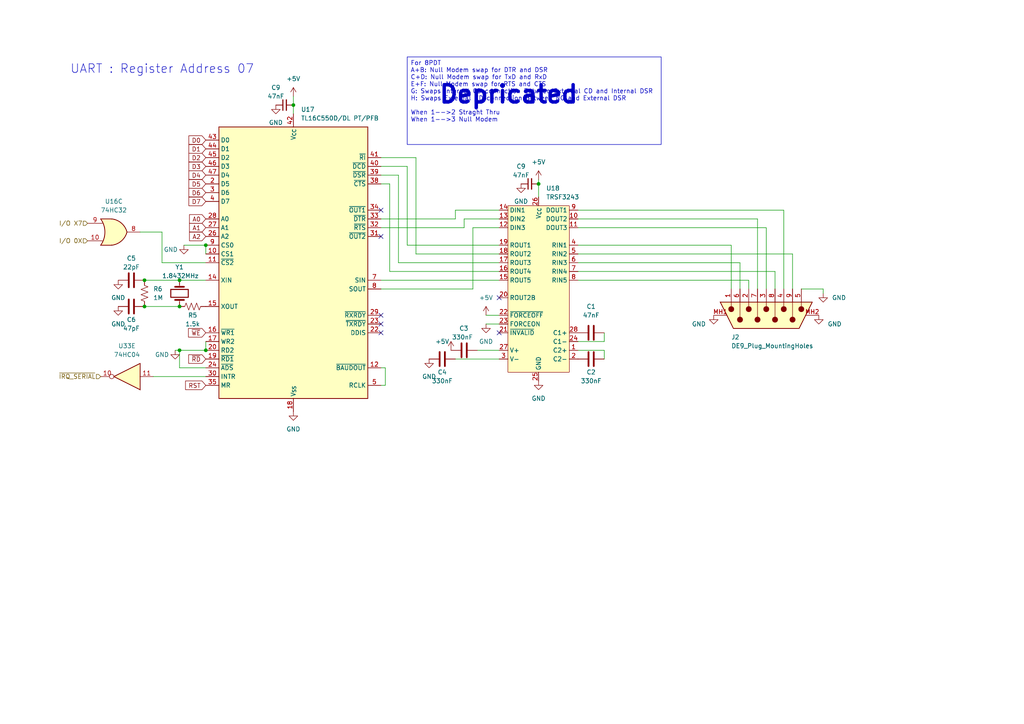
<source format=kicad_sch>
(kicad_sch (version 20230121) (generator eeschema)
  (paper "A4")
  (lib_symbols
    (symbol "74xx:74LS04"
      (property "Reference" "U" (at 0 1.27 0))
      (property "Value" "74LS04" (at 0 -1.27 0))
      (symbol "74LS04_1_0"
        (polyline (pts (xy -3.81 3.81) (xy -3.81 -3.81) (xy 3.81 0) (xy -3.81 3.81)) (stroke (width 0.254)) (fill (type background)))
        (pin input line (at -7.62 0 0) (length 3.81) (name "~") (number "1"))
        (pin output inverted (at 7.62 0 180) (length 3.81) (name "~") (number "2"))
      )
      (symbol "74LS04_2_0"
        (polyline (pts (xy -3.81 3.81) (xy -3.81 -3.81) (xy 3.81 0) (xy -3.81 3.81)) (stroke (width 0.254)) (fill (type background)))
        (pin input line (at -7.62 0 0) (length 3.81) (name "~") (number "3"))
        (pin output inverted (at 7.62 0 180) (length 3.81) (name "~") (number "4"))
      )
      (symbol "74LS04_3_0"
        (polyline (pts (xy -3.81 3.81) (xy -3.81 -3.81) (xy 3.81 0) (xy -3.81 3.81)) (stroke (width 0.254)) (fill (type background)))
        (pin input line (at -7.62 0 0) (length 3.81) (name "~") (number "5"))
        (pin output inverted (at 7.62 0 180) (length 3.81) (name "~") (number "6"))
      )
      (symbol "74LS04_4_0"
        (polyline (pts (xy -3.81 3.81) (xy -3.81 -3.81) (xy 3.81 0) (xy -3.81 3.81)) (stroke (width 0.254)) (fill (type background)))
        (pin output inverted (at 7.62 0 180) (length 3.81) (name "~") (number "8"))
        (pin input line (at -7.62 0 0) (length 3.81) (name "~") (number "9"))
      )
      (symbol "74LS04_5_0"
        (polyline (pts (xy -3.81 3.81) (xy -3.81 -3.81) (xy 3.81 0) (xy -3.81 3.81)) (stroke (width 0.254)) (fill (type background)))
        (pin output inverted (at 7.62 0 180) (length 3.81) (name "~") (number "10"))
        (pin input line (at -7.62 0 0) (length 3.81) (name "~") (number "11"))
      )
      (symbol "74LS04_6_0"
        (polyline (pts (xy -3.81 3.81) (xy -3.81 -3.81) (xy 3.81 0) (xy -3.81 3.81)) (stroke (width 0.254)) (fill (type background)))
        (pin output inverted (at 7.62 0 180) (length 3.81) (name "~") (number "12"))
        (pin input line (at -7.62 0 0) (length 3.81) (name "~") (number "13"))
      )
      (symbol "74LS04_7_0"
        (pin power_in line (at 0 12.7 270) (length 5.08) (name "VCC") (number "14"))
        (pin power_in line (at 0 -12.7 90) (length 5.08) (name "GND") (number "7"))
      )
      (symbol "74LS04_7_1"
        (rectangle (start -5.08 7.62) (end 5.08 -7.62) (stroke (width 0.254)) (fill (type background)))
      )
    )
    (symbol "74xx:74LS32" (pin_names (offset 1.016))
      (property "Reference" "U" (at 0 1.27 0))
      (property "Value" "74LS32" (at 0 -1.27 0))
      (symbol "74LS32_1_1"
        (arc (start -3.81 -3.81) (mid -2.589 0) (end -3.81 3.81) (stroke (width 0.254)))
        (arc (start -0.6096 -3.81) (mid 2.1842 -2.5851) (end 3.81 0) (stroke (width 0.254)) (fill (type background)))
        (polyline (pts (xy -3.81 -3.81) (xy -0.635 -3.81)) (stroke (width 0.254)) (fill (type background)))
        (polyline (pts (xy -3.81 3.81) (xy -0.635 3.81)) (stroke (width 0.254)) (fill (type background)))
        (polyline (pts (xy -0.635 3.81) (xy -3.81 3.81) (xy -3.81 3.81) (xy -3.556 3.4036) (xy -3.0226 2.2606) (xy -2.6924 1.0414) (xy -2.6162 -0.254) (xy -2.7686 -1.4986) (xy -3.175 -2.7178) (xy -3.81 -3.81) (xy -3.81 -3.81) (xy -0.635 -3.81)) (stroke (width -25.4)) (fill (type background)))
        (arc (start 3.81 0) (mid 2.1915 2.5936) (end -0.6096 3.81) (stroke (width 0.254)) (fill (type background)))
        (pin input line (at -7.62 2.54 0) (length 4.318) (name "~") (number "1"))
        (pin input line (at -7.62 -2.54 0) (length 4.318) (name "~") (number "2"))
        (pin output line (at 7.62 0 180) (length 3.81) (name "~") (number "3"))
      )
      (symbol "74LS32_1_2"
        (arc (start 0 -3.81) (mid 3.7934 0) (end 0 3.81) (stroke (width 0.254)) (fill (type background)))
        (polyline (pts (xy 0 3.81) (xy -3.81 3.81) (xy -3.81 -3.81) (xy 0 -3.81)) (stroke (width 0.254)) (fill (type background)))
        (pin input inverted (at -7.62 2.54 0) (length 3.81) (name "~") (number "1"))
        (pin input inverted (at -7.62 -2.54 0) (length 3.81) (name "~") (number "2"))
        (pin output inverted (at 7.62 0 180) (length 3.81) (name "~") (number "3"))
      )
      (symbol "74LS32_2_1"
        (arc (start -3.81 -3.81) (mid -2.589 0) (end -3.81 3.81) (stroke (width 0.254)))
        (arc (start -0.6096 -3.81) (mid 2.1842 -2.5851) (end 3.81 0) (stroke (width 0.254)) (fill (type background)))
        (polyline (pts (xy -3.81 -3.81) (xy -0.635 -3.81)) (stroke (width 0.254)) (fill (type background)))
        (polyline (pts (xy -3.81 3.81) (xy -0.635 3.81)) (stroke (width 0.254)) (fill (type background)))
        (polyline (pts (xy -0.635 3.81) (xy -3.81 3.81) (xy -3.81 3.81) (xy -3.556 3.4036) (xy -3.0226 2.2606) (xy -2.6924 1.0414) (xy -2.6162 -0.254) (xy -2.7686 -1.4986) (xy -3.175 -2.7178) (xy -3.81 -3.81) (xy -3.81 -3.81) (xy -0.635 -3.81)) (stroke (width -25.4)) (fill (type background)))
        (arc (start 3.81 0) (mid 2.1915 2.5936) (end -0.6096 3.81) (stroke (width 0.254)) (fill (type background)))
        (pin input line (at -7.62 2.54 0) (length 4.318) (name "~") (number "4"))
        (pin input line (at -7.62 -2.54 0) (length 4.318) (name "~") (number "5"))
        (pin output line (at 7.62 0 180) (length 3.81) (name "~") (number "6"))
      )
      (symbol "74LS32_2_2"
        (arc (start 0 -3.81) (mid 3.7934 0) (end 0 3.81) (stroke (width 0.254)) (fill (type background)))
        (polyline (pts (xy 0 3.81) (xy -3.81 3.81) (xy -3.81 -3.81) (xy 0 -3.81)) (stroke (width 0.254)) (fill (type background)))
        (pin input inverted (at -7.62 2.54 0) (length 3.81) (name "~") (number "4"))
        (pin input inverted (at -7.62 -2.54 0) (length 3.81) (name "~") (number "5"))
        (pin output inverted (at 7.62 0 180) (length 3.81) (name "~") (number "6"))
      )
      (symbol "74LS32_3_1"
        (arc (start -3.81 -3.81) (mid -2.589 0) (end -3.81 3.81) (stroke (width 0.254)))
        (arc (start -0.6096 -3.81) (mid 2.1842 -2.5851) (end 3.81 0) (stroke (width 0.254)) (fill (type background)))
        (polyline (pts (xy -3.81 -3.81) (xy -0.635 -3.81)) (stroke (width 0.254)) (fill (type background)))
        (polyline (pts (xy -3.81 3.81) (xy -0.635 3.81)) (stroke (width 0.254)) (fill (type background)))
        (polyline (pts (xy -0.635 3.81) (xy -3.81 3.81) (xy -3.81 3.81) (xy -3.556 3.4036) (xy -3.0226 2.2606) (xy -2.6924 1.0414) (xy -2.6162 -0.254) (xy -2.7686 -1.4986) (xy -3.175 -2.7178) (xy -3.81 -3.81) (xy -3.81 -3.81) (xy -0.635 -3.81)) (stroke (width -25.4)) (fill (type background)))
        (arc (start 3.81 0) (mid 2.1915 2.5936) (end -0.6096 3.81) (stroke (width 0.254)) (fill (type background)))
        (pin input line (at -7.62 -2.54 0) (length 4.318) (name "~") (number "10"))
        (pin output line (at 7.62 0 180) (length 3.81) (name "~") (number "8"))
        (pin input line (at -7.62 2.54 0) (length 4.318) (name "~") (number "9"))
      )
      (symbol "74LS32_3_2"
        (arc (start 0 -3.81) (mid 3.7934 0) (end 0 3.81) (stroke (width 0.254)) (fill (type background)))
        (polyline (pts (xy 0 3.81) (xy -3.81 3.81) (xy -3.81 -3.81) (xy 0 -3.81)) (stroke (width 0.254)) (fill (type background)))
        (pin input inverted (at -7.62 -2.54 0) (length 3.81) (name "~") (number "10"))
        (pin output inverted (at 7.62 0 180) (length 3.81) (name "~") (number "8"))
        (pin input inverted (at -7.62 2.54 0) (length 3.81) (name "~") (number "9"))
      )
      (symbol "74LS32_4_1"
        (arc (start -3.81 -3.81) (mid -2.589 0) (end -3.81 3.81) (stroke (width 0.254)))
        (arc (start -0.6096 -3.81) (mid 2.1842 -2.5851) (end 3.81 0) (stroke (width 0.254)) (fill (type background)))
        (polyline (pts (xy -3.81 -3.81) (xy -0.635 -3.81)) (stroke (width 0.254)) (fill (type background)))
        (polyline (pts (xy -3.81 3.81) (xy -0.635 3.81)) (stroke (width 0.254)) (fill (type background)))
        (polyline (pts (xy -0.635 3.81) (xy -3.81 3.81) (xy -3.81 3.81) (xy -3.556 3.4036) (xy -3.0226 2.2606) (xy -2.6924 1.0414) (xy -2.6162 -0.254) (xy -2.7686 -1.4986) (xy -3.175 -2.7178) (xy -3.81 -3.81) (xy -3.81 -3.81) (xy -0.635 -3.81)) (stroke (width -25.4)) (fill (type background)))
        (arc (start 3.81 0) (mid 2.1915 2.5936) (end -0.6096 3.81) (stroke (width 0.254)) (fill (type background)))
        (pin output line (at 7.62 0 180) (length 3.81) (name "~") (number "11"))
        (pin input line (at -7.62 2.54 0) (length 4.318) (name "~") (number "12"))
        (pin input line (at -7.62 -2.54 0) (length 4.318) (name "~") (number "13"))
      )
      (symbol "74LS32_4_2"
        (arc (start 0 -3.81) (mid 3.7934 0) (end 0 3.81) (stroke (width 0.254)) (fill (type background)))
        (polyline (pts (xy 0 3.81) (xy -3.81 3.81) (xy -3.81 -3.81) (xy 0 -3.81)) (stroke (width 0.254)) (fill (type background)))
        (pin output inverted (at 7.62 0 180) (length 3.81) (name "~") (number "11"))
        (pin input inverted (at -7.62 2.54 0) (length 3.81) (name "~") (number "12"))
        (pin input inverted (at -7.62 -2.54 0) (length 3.81) (name "~") (number "13"))
      )
      (symbol "74LS32_5_0"
        (pin power_in line (at 0 12.7 270) (length 5.08) (name "VCC") (number "14"))
        (pin power_in line (at 0 -12.7 90) (length 5.08) (name "GND") (number "7"))
      )
      (symbol "74LS32_5_1"
        (rectangle (start -5.08 7.62) (end 5.08 -7.62) (stroke (width 0.254)) (fill (type background)))
      )
    )
    (symbol "Connector:DE9_Plug_MountingHoles" (pin_names (offset 1.016) hide)
      (property "Reference" "J2" (at 6.35 -10.16 90))
      (property "Value" "DE9_Plug_MountingHoles" (at 8.89 -10.16 90))
      (symbol "DE9_Plug_MountingHoles_0_1"
        (circle (center -1.778 -10.16) (radius 0.762) (fill (type outline)))
        (circle (center -1.778 -5.08) (radius 0.762) (fill (type outline)))
        (circle (center -1.778 0) (radius 0.762) (fill (type outline)))
        (circle (center -1.778 5.08) (radius 0.762) (fill (type outline)))
        (circle (center -1.778 10.16) (radius 0.762) (fill (type outline)))
        (polyline (pts (xy -3.81 -10.16) (xy -2.54 -10.16)))
        (polyline (pts (xy -3.81 -7.62) (xy 0.508 -7.62)))
        (polyline (pts (xy -3.81 -5.08) (xy -2.54 -5.08)))
        (polyline (pts (xy -3.81 -2.54) (xy 0.508 -2.54)))
        (polyline (pts (xy -3.81 0) (xy -2.54 0)))
        (polyline (pts (xy -3.81 2.54) (xy 0.508 2.54)))
        (polyline (pts (xy -3.81 5.08) (xy -2.54 5.08)))
        (polyline (pts (xy -3.81 7.62) (xy 0.508 7.62)))
        (polyline (pts (xy -3.81 10.16) (xy -2.54 10.16)))
        (polyline (pts (xy -3.81 -13.335) (xy -3.81 13.335) (xy 3.81 9.525) (xy 3.81 -9.525) (xy -3.81 -13.335)) (stroke (width 0.254)) (fill (type background)))
        (circle (center 1.27 -7.62) (radius 0.762) (fill (type outline)))
        (circle (center 1.27 -2.54) (radius 0.762) (fill (type outline)))
        (circle (center 1.27 2.54) (radius 0.762) (fill (type outline)))
        (circle (center 1.27 7.62) (radius 0.762) (fill (type outline)))
      )
      (symbol "DE9_Plug_MountingHoles_1_1"
        (pin passive line (at -7.62 -10.16 0) (length 3.81) (name "1") (number "1"))
        (pin passive line (at -7.62 -5.08 0) (length 3.81) (name "2") (number "2"))
        (pin passive line (at -7.62 0 0) (length 3.81) (name "3") (number "3"))
        (pin passive line (at -7.62 5.08 0) (length 3.81) (name "4") (number "4"))
        (pin passive line (at -7.62 10.16 0) (length 3.81) (name "5") (number "5"))
        (pin passive line (at -7.62 -7.62 0) (length 3.81) (name "6") (number "6"))
        (pin passive line (at -7.62 -2.54 0) (length 3.81) (name "7") (number "7"))
        (pin passive line (at -7.62 2.54 0) (length 3.81) (name "8") (number "8"))
        (pin passive line (at -7.62 7.62 0) (length 3.81) (name "9") (number "9"))
        (pin passive line (at 0 -15.24 90) (length 3.81) (name "PAD") (number "MH1"))
        (pin passive line (at 0 15.24 270) (length 3.81) (name "PAD") (number "MH2"))
      )
    )
    (symbol "Device:C" (pin_numbers hide) (pin_names (offset 0.254))
      (property "Reference" "C" (at 0.635 2.54 0))
      (property "Value" "C" (at 0.635 -2.54 0))
      (symbol "C_0_1"
        (polyline (pts (xy -2.032 -0.762) (xy 2.032 -0.762)) (stroke (width 0.508)))
        (polyline (pts (xy -2.032 0.762) (xy 2.032 0.762)) (stroke (width 0.508)))
      )
      (symbol "C_1_1"
        (pin passive line (at 0 3.81 270) (length 2.794) (name "~") (number "1"))
        (pin passive line (at 0 -3.81 90) (length 2.794) (name "~") (number "2"))
      )
    )
    (symbol "Device:C_Small" (pin_numbers hide) (pin_names (offset 0.254) hide)
      (property "Reference" "C" (at 0.254 1.778 0))
      (property "Value" "C_Small" (at 0.254 -2.032 0))
      (symbol "C_Small_0_1"
        (polyline (pts (xy -1.524 -0.508) (xy 1.524 -0.508)) (stroke (width 0.3302)))
        (polyline (pts (xy -1.524 0.508) (xy 1.524 0.508)) (stroke (width 0.3048)))
      )
      (symbol "C_Small_1_1"
        (pin passive line (at 0 2.54 270) (length 2.032) (name "~") (number "1"))
        (pin passive line (at 0 -2.54 90) (length 2.032) (name "~") (number "2"))
      )
    )
    (symbol "Device:Crystal" (pin_numbers hide) (pin_names (offset 1.016) hide)
      (property "Reference" "Y" (at 0 3.81 0))
      (property "Value" "Crystal" (at 0 -3.81 0))
      (symbol "Crystal_0_1"
        (rectangle (start -1.143 2.54) (end 1.143 -2.54) (stroke (width 0.3048)))
        (polyline (pts (xy -2.54 0) (xy -1.905 0)))
        (polyline (pts (xy -1.905 -1.27) (xy -1.905 1.27)) (stroke (width 0.508)))
        (polyline (pts (xy 1.905 -1.27) (xy 1.905 1.27)) (stroke (width 0.508)))
        (polyline (pts (xy 2.54 0) (xy 1.905 0)))
      )
      (symbol "Crystal_1_1"
        (pin passive line (at -3.81 0 0) (length 1.27) (name "1") (number "1"))
        (pin passive line (at 3.81 0 180) (length 1.27) (name "2") (number "2"))
      )
    )
    (symbol "Device:R_US" (pin_numbers hide) (pin_names (offset 0))
      (property "Reference" "R" (at 2.54 0 90))
      (property "Value" "R_US" (at -2.54 0 90))
      (symbol "R_US_0_1"
        (polyline (pts (xy 0 -2.286) (xy 0 -2.54)))
        (polyline (pts (xy 0 2.286) (xy 0 2.54)))
        (polyline (pts (xy 0 -0.762) (xy 1.016 -1.143) (xy 0 -1.524) (xy -1.016 -1.905) (xy 0 -2.286)))
        (polyline (pts (xy 0 0.762) (xy 1.016 0.381) (xy 0 0) (xy -1.016 -0.381) (xy 0 -0.762)))
        (polyline (pts (xy 0 2.286) (xy 1.016 1.905) (xy 0 1.524) (xy -1.016 1.143) (xy 0 0.762)))
      )
      (symbol "R_US_1_1"
        (pin passive line (at 0 3.81 270) (length 1.27) (name "~") (number "1"))
        (pin passive line (at 0 -3.81 90) (length 1.27) (name "~") (number "2"))
      )
    )
    (symbol "New_Library:TL16C550D/DL PT/PFB"
      (property "Reference" "U" (at 0 59.055 0))
      (property "Value" "TL16C550D/DL PT/PFB" (at 0 0.635 0))
      (symbol "TL16C550D/DL PT/PFB_0_1"
        (rectangle (start -21.59 39.37) (end 21.59 -39.37) (stroke (width 0.254)) (fill (type background)))
      )
      (symbol "TL16C550D/DL PT/PFB_1_1"
        (pin input line (at -25.4 2.54 0) (length 3.81) (name "CS1") (number "10"))
        (pin input line (at -25.4 0 0) (length 3.81) (name "~{CS2}") (number "11"))
        (pin output line (at 25.4 -30.48 180) (length 3.81) (name "~{BAUDOUT}") (number "12"))
        (pin input line (at -25.4 -5.08 0) (length 3.81) (name "XIN") (number "14"))
        (pin output line (at -25.4 -12.7 0) (length 3.81) (name "XOUT") (number "15"))
        (pin input line (at -25.4 -20.32 0) (length 3.81) (name "~{WR1}") (number "16"))
        (pin input line (at -25.4 -22.86 0) (length 3.81) (name "WR2") (number "17"))
        (pin power_in line (at 0 -43.18 90) (length 3.81) (name "V_{SS}") (number "18"))
        (pin input line (at -25.4 -27.94 0) (length 3.81) (name "~{RD1}") (number "19"))
        (pin bidirectional line (at -25.4 22.86 0) (length 3.81) (name "D5") (number "2"))
        (pin input line (at -25.4 -25.4 0) (length 3.81) (name "RD2") (number "20"))
        (pin output line (at 25.4 -20.32 180) (length 3.81) (name "DDIS") (number "22"))
        (pin output line (at 25.4 -17.78 180) (length 3.81) (name "~{TXRDY}") (number "23"))
        (pin input line (at -25.4 -30.48 0) (length 3.81) (name "~{ADS}") (number "24"))
        (pin input line (at -25.4 7.62 0) (length 3.81) (name "A2") (number "26"))
        (pin input line (at -25.4 10.16 0) (length 3.81) (name "A1") (number "27"))
        (pin input line (at -25.4 12.7 0) (length 3.81) (name "A0") (number "28"))
        (pin output line (at 25.4 -15.24 180) (length 3.81) (name "~{RXRDY}") (number "29"))
        (pin bidirectional line (at -25.4 20.32 0) (length 3.81) (name "D6") (number "3"))
        (pin output line (at -25.4 -33.02 0) (length 3.81) (name "INTR") (number "30"))
        (pin output line (at 25.4 7.62 180) (length 3.81) (name "~{OUT2}") (number "31"))
        (pin output line (at 25.4 10.16 180) (length 3.81) (name "~{RTS}") (number "32"))
        (pin output line (at 25.4 12.7 180) (length 3.81) (name "~{DTR}") (number "33"))
        (pin output line (at 25.4 15.24 180) (length 3.81) (name "~{OUT1}") (number "34"))
        (pin input line (at -25.4 -35.56 0) (length 3.81) (name "MR") (number "35"))
        (pin input line (at 25.4 22.86 180) (length 3.81) (name "~{CTS}") (number "38"))
        (pin input line (at 25.4 25.4 180) (length 3.81) (name "~{DSR}") (number "39"))
        (pin bidirectional line (at -25.4 17.78 0) (length 3.81) (name "D7") (number "4"))
        (pin input line (at 25.4 27.94 180) (length 3.81) (name "~{DCD}") (number "40"))
        (pin input line (at 25.4 30.48 180) (length 3.81) (name "~{RI}") (number "41"))
        (pin power_in line (at 0 43.18 270) (length 3.81) (name "V_{CC}") (number "42"))
        (pin bidirectional line (at -25.4 35.56 0) (length 3.81) (name "D0") (number "43"))
        (pin bidirectional line (at -25.4 33.02 0) (length 3.81) (name "D1") (number "44"))
        (pin bidirectional line (at -25.4 30.48 0) (length 3.81) (name "D2") (number "45"))
        (pin bidirectional line (at -25.4 27.94 0) (length 3.81) (name "D3") (number "46"))
        (pin bidirectional line (at -25.4 25.4 0) (length 3.81) (name "D4") (number "47"))
        (pin input line (at 25.4 -35.56 180) (length 3.81) (name "RCLK") (number "5"))
        (pin input line (at 25.4 -5.08 180) (length 3.81) (name "SIN") (number "7"))
        (pin output line (at 25.4 -7.62 180) (length 3.81) (name "SOUT") (number "8"))
        (pin input line (at -25.4 5.08 0) (length 3.81) (name "CS0") (number "9"))
      )
    )
    (symbol "New_Library:TRSF3243"
      (property "Reference" "U" (at 0 37.465 0))
      (property "Value" "TRSF3243" (at -1.905 5.08 0))
      (symbol "TRSF3243_1_0"
        (pin unspecified line (at -11.43 -2.54 0) (length 2.54) (name "ROUT2B") (number "20"))
      )
      (symbol "TRSF3243_1_1"
        (rectangle (start -8.89 24.13) (end 8.89 -24.13) (fill (type background)))
        (pin passive line (at 11.43 -17.78 180) (length 2.54) (name "C2+") (number "1"))
        (pin output line (at 11.43 20.32 180) (length 2.54) (name "DOUT2") (number "10"))
        (pin output line (at 11.43 17.78 180) (length 2.54) (name "DOUT3") (number "11"))
        (pin input line (at -11.43 17.78 0) (length 2.54) (name "DIN3") (number "12"))
        (pin input line (at -11.43 20.32 0) (length 2.54) (name "DIN2") (number "13"))
        (pin input line (at -11.43 22.86 0) (length 2.54) (name "DIN1") (number "14"))
        (pin output line (at -11.43 2.54 0) (length 2.54) (name "ROUT5") (number "15"))
        (pin output line (at -11.43 5.08 0) (length 2.54) (name "ROUT4") (number "16"))
        (pin output line (at -11.43 7.62 0) (length 2.54) (name "ROUT3") (number "17"))
        (pin output line (at -11.43 10.16 0) (length 2.54) (name "ROUT2") (number "18"))
        (pin output line (at -11.43 12.7 0) (length 2.54) (name "ROUT1") (number "19"))
        (pin passive line (at 11.43 -20.32 180) (length 2.54) (name "C2-") (number "2"))
        (pin output line (at -11.43 -12.7 0) (length 2.54) (name "~{INVALID}") (number "21"))
        (pin input line (at -11.43 -7.62 0) (length 2.54) (name "~{FORCEOFF}") (number "22"))
        (pin input line (at -11.43 -10.16 0) (length 2.54) (name "FORCEON") (number "23"))
        (pin passive line (at 11.43 -15.24 180) (length 2.54) (name "C1-") (number "24"))
        (pin power_in line (at 0 -26.67 90) (length 2.54) (name "GND") (number "25"))
        (pin power_in line (at 0 26.67 270) (length 2.54) (name "V_{CC}") (number "26"))
        (pin passive line (at -11.43 -17.78 0) (length 2.54) (name "V+") (number "27"))
        (pin passive line (at 11.43 -12.7 180) (length 2.54) (name "C1+") (number "28"))
        (pin passive line (at -11.43 -20.32 0) (length 2.54) (name "V-") (number "3"))
        (pin input line (at 11.43 12.7 180) (length 2.54) (name "RIN1") (number "4"))
        (pin input line (at 11.43 10.16 180) (length 2.54) (name "RIN2") (number "5"))
        (pin input line (at 11.43 7.62 180) (length 2.54) (name "RIN3") (number "6"))
        (pin input line (at 11.43 5.08 180) (length 2.54) (name "RIN4") (number "7"))
        (pin input line (at 11.43 2.54 180) (length 2.54) (name "RIN5") (number "8"))
        (pin output line (at 11.43 22.86 180) (length 2.54) (name "DOUT1") (number "9"))
      )
    )
    (symbol "power:+5V" (power) (pin_names (offset 0))
      (property "Value" "+5V" (at 0 3.556 0))
      (symbol "+5V_0_1"
        (polyline (pts (xy -0.762 1.27) (xy 0 2.54)))
        (polyline (pts (xy 0 0) (xy 0 2.54)))
        (polyline (pts (xy 0 2.54) (xy 0.762 1.27)))
      )
      (symbol "+5V_1_1"
        (pin power_in line (at 0 0 90) (length 0) hide (name "+5V") (number "1"))
      )
    )
    (symbol "power:GND" (power) (pin_names (offset 0))
      (property "Value" "GND" (at 0 -3.81 0))
      (symbol "GND_0_1"
        (polyline (pts (xy 0 0) (xy 0 -1.27) (xy 1.27 -1.27) (xy 0 -2.54) (xy -1.27 -1.27) (xy 0 -1.27)))
      )
      (symbol "GND_1_1"
        (pin power_in line (at 0 0 270) (length 0) hide (name "GND") (number "1"))
      )
    )
  )
  (junction (at 41.91 81.28))
  (junction (at 52.07 101.6))
  (junction (at 52.07 81.28))
  (junction (at 59.69 101.6))
  (junction (at 85.09 30.48))
  (junction (at 156.21 53.34))
  (junction (at 59.69 71.12))
  (junction (at 41.91 88.9))
  (junction (at 52.07 88.9))
  (no_connect (at 144.78 86.36))
  (no_connect (at 110.49 93.98))
  (no_connect (at 110.49 91.44))
  (no_connect (at 110.49 60.96))
  (no_connect (at 144.78 96.52))
  (no_connect (at 110.49 96.52))
  (no_connect (at 110.49 68.58))
  (wire (pts (xy 50.8 101.6) (xy 52.07 101.6)))
  (wire (pts (xy 212.09 71.12) (xy 212.09 83.82)))
  (wire (pts (xy 115.57 76.2) (xy 144.78 76.2)))
  (wire (pts (xy 110.49 50.8) (xy 115.57 50.8)))
  (wire (pts (xy 156.21 52.07) (xy 156.21 53.34)))
  (wire (pts (xy 222.25 66.04) (xy 222.25 83.82)))
  (wire (pts (xy 238.76 83.82) (xy 238.76 85.09)))
  (wire (pts (xy 52.07 101.6) (xy 59.69 101.6)))
  (wire (pts (xy 132.08 60.96) (xy 144.78 60.96)))
  (wire (pts (xy 214.63 76.2) (xy 214.63 83.82)))
  (wire (pts (xy 113.03 78.74) (xy 144.78 78.74)))
  (wire (pts (xy 167.64 99.06) (xy 175.26 99.06)))
  (wire (pts (xy 167.64 78.74) (xy 224.79 78.74)))
  (wire (pts (xy 167.64 73.66) (xy 229.87 73.66)))
  (wire (pts (xy 132.08 63.5) (xy 132.08 60.96)))
  (wire (pts (xy 110.49 53.34) (xy 113.03 53.34)))
  (wire (pts (xy 118.11 71.12) (xy 144.78 71.12)))
  (wire (pts (xy 167.64 66.04) (xy 222.25 66.04)))
  (wire (pts (xy 52.07 106.68) (xy 52.07 101.6)))
  (wire (pts (xy 85.09 27.94) (xy 85.09 30.48)))
  (wire (pts (xy 120.65 73.66) (xy 144.78 73.66)))
  (wire (pts (xy 167.64 76.2) (xy 214.63 76.2)))
  (wire (pts (xy 110.49 106.68) (xy 111.76 106.68)))
  (wire (pts (xy 110.49 63.5) (xy 132.08 63.5)))
  (wire (pts (xy 120.65 45.72) (xy 110.49 45.72)))
  (wire (pts (xy 137.16 83.82) (xy 137.16 66.04)))
  (wire (pts (xy 167.64 63.5) (xy 219.71 63.5)))
  (wire (pts (xy 140.97 93.98) (xy 144.78 93.98)))
  (wire (pts (xy 110.49 83.82) (xy 137.16 83.82)))
  (wire (pts (xy 167.64 81.28) (xy 217.17 81.28)))
  (wire (pts (xy 217.17 81.28) (xy 217.17 83.82)))
  (wire (pts (xy 115.57 50.8) (xy 115.57 76.2)))
  (wire (pts (xy 41.91 88.9) (xy 52.07 88.9)))
  (wire (pts (xy 85.09 30.48) (xy 85.09 33.02)))
  (wire (pts (xy 137.16 66.04) (xy 144.78 66.04)))
  (wire (pts (xy 52.07 106.68) (xy 59.69 106.68)))
  (wire (pts (xy 138.43 101.6) (xy 144.78 101.6)))
  (wire (pts (xy 59.69 71.12) (xy 59.69 73.66)))
  (wire (pts (xy 219.71 63.5) (xy 219.71 83.82)))
  (wire (pts (xy 167.64 71.12) (xy 212.09 71.12)))
  (wire (pts (xy 111.76 106.68) (xy 111.76 111.76)))
  (wire (pts (xy 46.99 76.2) (xy 59.69 76.2)))
  (wire (pts (xy 175.26 96.52) (xy 175.26 99.06)))
  (wire (pts (xy 229.87 73.66) (xy 229.87 83.82)))
  (wire (pts (xy 110.49 48.26) (xy 118.11 48.26)))
  (wire (pts (xy 46.99 67.31) (xy 40.64 67.31)))
  (wire (pts (xy 232.41 83.82) (xy 238.76 83.82)))
  (wire (pts (xy 224.79 78.74) (xy 224.79 83.82)))
  (wire (pts (xy 156.21 53.34) (xy 156.21 57.15)))
  (wire (pts (xy 227.33 60.96) (xy 227.33 83.82)))
  (wire (pts (xy 120.65 45.72) (xy 120.65 73.66)))
  (wire (pts (xy 118.11 48.26) (xy 118.11 71.12)))
  (wire (pts (xy 46.99 67.31) (xy 46.99 76.2)))
  (wire (pts (xy 52.07 81.28) (xy 59.69 81.28)))
  (wire (pts (xy 53.34 71.12) (xy 59.69 71.12)))
  (wire (pts (xy 111.76 111.76) (xy 110.49 111.76)))
  (wire (pts (xy 113.03 53.34) (xy 113.03 78.74)))
  (wire (pts (xy 134.62 63.5) (xy 144.78 63.5)))
  (wire (pts (xy 167.64 101.6) (xy 175.26 101.6)))
  (wire (pts (xy 59.69 99.06) (xy 59.69 101.6)))
  (wire (pts (xy 175.26 101.6) (xy 175.26 104.14)))
  (wire (pts (xy 140.97 91.44) (xy 144.78 91.44)))
  (wire (pts (xy 41.91 81.28) (xy 52.07 81.28)))
  (wire (pts (xy 167.64 60.96) (xy 227.33 60.96)))
  (wire (pts (xy 110.49 81.28) (xy 144.78 81.28)))
  (wire (pts (xy 132.08 104.14) (xy 144.78 104.14)))
  (wire (pts (xy 110.49 66.04) (xy 134.62 66.04)))
  (wire (pts (xy 134.62 66.04) (xy 134.62 63.5)))
  (wire (pts (xy 44.45 109.22) (xy 59.69 109.22)))
  (text_box "For 8PDT\nA+B: Null Modem swap for DTR and DSR\nC+D: Null Modem swap for TxD and RxD\nE+F: Null Modem swap for RTS and CTS\nG: Swaps Internal CD connection Between External CD and Internal DSR\nH: Swaps External CD connection Between NC and External DSR\n\nWhen 1-->2 Straght Thru\nWhen 1-->3 Null Modem" (at 118.11 16.51 0) (size 73.66 25.4) (effects (font (size 1.27 1.27)) (justify left top)))
  (text "UART : Register Address 07" (at 20.32 21.59 0) (effects (font (size 2.54 2.54)) (justify left bottom)))
  (text "Depricated" (at 127 30.48 0) (effects (font (size 5 5) (thickness 1) bold) (justify left bottom)))
  (global_label "D5" (shape input) (at 59.69 53.34 180) (property "Intersheetrefs" "${INTERSHEET_REFS}" (effects hide)))
  (global_label "D2" (shape input) (at 59.69 45.72 180) (property "Intersheetrefs" "${INTERSHEET_REFS}" (effects hide)))
  (global_label "RST" (shape input) (at 59.69 111.76 180) (property "Intersheetrefs" "${INTERSHEET_REFS}" (effects hide)))
  (global_label "D0" (shape input) (at 59.69 40.64 180) (property "Intersheetrefs" "${INTERSHEET_REFS}" (effects hide)))
  (global_label "A0" (shape input) (at 59.69 63.5 180) (property "Intersheetrefs" "${INTERSHEET_REFS}" (effects hide)))
  (global_label "A1" (shape input) (at 59.69 66.04 180) (property "Intersheetrefs" "${INTERSHEET_REFS}" (effects hide)))
  (global_label "~{RD}" (shape input) (at 59.69 104.14 180) (property "Intersheetrefs" "${INTERSHEET_REFS}" (effects hide)))
  (global_label "D1" (shape input) (at 59.69 43.18 180) (property "Intersheetrefs" "${INTERSHEET_REFS}" (effects hide)))
  (global_label "D7" (shape input) (at 59.69 58.42 180) (property "Intersheetrefs" "${INTERSHEET_REFS}" (effects hide)))
  (global_label "~{WE}" (shape input) (at 59.69 96.52 180) (property "Intersheetrefs" "${INTERSHEET_REFS}" (effects hide)))
  (global_label "D3" (shape input) (at 59.69 48.26 180) (property "Intersheetrefs" "${INTERSHEET_REFS}" (effects hide)))
  (global_label "D4" (shape input) (at 59.69 50.8 180) (property "Intersheetrefs" "${INTERSHEET_REFS}" (effects hide)))
  (global_label "A2" (shape input) (at 59.69 68.58 180) (property "Intersheetrefs" "${INTERSHEET_REFS}" (effects hide)))
  (global_label "D6" (shape input) (at 59.69 55.88 180) (property "Intersheetrefs" "${INTERSHEET_REFS}" (effects hide)))
  (hierarchical_label "I{slash}O 0X" (shape input) (at 25.4 69.85 180))
  (hierarchical_label "I{slash}O X7" (shape input) (at 25.4 64.77 180))
  (hierarchical_label "~{IRQ_SERIAL}" (shape input) (at 29.21 109.22 180))
  (symbol (lib_id "power:GND") (at 238.76 85.09 0) (unit 1)
    (property "Reference" "#PWR034" (effects hide))
    (property "Value" "GND" (at 241.3 86.36 0) (effects (justify left)))
  )
  (symbol (lib_id "Device:Crystal") (at 52.07 85.09 270) (unit 1)
    (property "Reference" "Y1" (at 50.8 77.47 90) (effects (justify left)))
    (property "Value" "1.8432MHz" (at 46.99 80.01 90) (effects (justify left)))
    (property "Footprint" "Crystal:Crystal_HC49-U_Horizontal_1EP_style2" (effects hide))
  )
  (symbol (lib_id "power:+5V") (at 156.21 52.07 0) (unit 1)
    (property "Reference" "#PWR0120" (effects hide))
    (property "Value" "+5V" (at 156.21 46.99 0))
  )
  (symbol (lib_id "power:GND") (at 53.34 71.12 0) (unit 1)
    (property "Reference" "#PWR022" (effects hide))
    (property "Value" "GND" (at 49.53 72.39 0))
  )
  (symbol (lib_id "Device:C") (at 171.45 104.14 270) (unit 1)
    (property "Reference" "C2" (at 171.45 107.95 90))
    (property "Value" "330nF" (at 171.45 110.49 90))
    (property "Footprint" "Capacitor_SMD:C_0805_2012Metric_Pad1.18x1.45mm_HandSolder" (effects hide))
  )
  (symbol (lib_id "power:GND") (at 34.29 88.9 0) (unit 1)
    (property "Reference" "#PWR031" (effects hide))
    (property "Value" "GND" (at 34.29 93.98 0))
  )
  (symbol (lib_id "power:GND") (at 34.29 81.28 0) (unit 1)
    (property "Reference" "#PWR032" (effects hide))
    (property "Value" "GND" (at 34.29 86.36 0))
  )
  (symbol (lib_id "Connector:DE9_Plug_MountingHoles") (at 222.25 91.44 270) (unit 1)
    (property "Reference" "J2" (at 212.09 97.79 90) (effects (justify left)))
    (property "Value" "DE9_Plug_MountingHoles" (at 212.09 100.33 90) (effects (justify left)))
    (property "Footprint" "SamacSys_Parts:L717SDE09PA4CH3F" (effects hide))
    (property "Datasheet" " ~" (effects hide))
  )
  (symbol (lib_id "Device:R_US") (at 41.91 85.09 0) (unit 1)
    (property "Reference" "R6" (at 44.45 83.82 0) (effects (justify left)))
    (property "Value" "1M" (at 44.45 86.36 0) (effects (justify left)))
    (property "Footprint" "Resistor_SMD:R_0603_1608Metric_Pad0.98x0.95mm_HandSolder" (effects hide))
  )
  (symbol (lib_id "power:+5V") (at 85.09 27.94 0) (unit 1)
    (property "Reference" "#PWR025" (effects hide))
    (property "Value" "+5V" (at 85.09 22.86 0))
  )
  (symbol (lib_id "Device:C") (at 128.27 104.14 90) (unit 1)
    (property "Reference" "C4" (at 128.27 107.95 90))
    (property "Value" "330nF" (at 128.27 110.49 90))
    (property "Footprint" "Capacitor_SMD:C_0805_2012Metric_Pad1.18x1.45mm_HandSolder" (effects hide))
  )
  (symbol (lib_id "74xx:74LS04") (at 36.83 109.22 180) (unit 5)
    (property "Reference" "U33" (at 36.83 100.33 0))
    (property "Value" "74HC04" (at 36.83 102.87 0))
    (property "Footprint" "Package_SO:SOIC-14_3.9x8.7mm_P1.27mm" (effects hide))
    (property "Datasheet" "http://www.ti.com/lit/gpn/sn74LS04" (effects hide))
    (instances (project "Micro" (path "" (reference "U33") (unit 5)) (path "" (reference "U32") (unit 5)) (path "" (reference "U32") (unit 5))))
  )
  (symbol (lib_id "New_Library:TL16C550D/DL PT/PFB") (at 85.09 76.2 0) (unit 1)
    (property "Reference" "U17" (at 87.2841 31.75 0) (effects (justify left)))
    (property "Value" "TL16C550D/DL PT/PFB" (at 87.2841 34.29 0) (effects (justify left)))
    (property "Footprint" "Package_QFP:TQFP-48_7x7mm_P0.5mm" (effects hide))
    (property "Datasheet" "https://www.ti.com/general/docs/suppproductinfo.tsp?distId=26&gotoUrl=https://www.ti.com/lit/gpn/tl16c550d" (effects hide))
  )
  (symbol (lib_id "power:GND") (at 80.01 30.48 0) (unit 1)
    (property "Reference" "#PWR0128" (effects hide))
    (property "Value" "GND" (at 80.01 35.56 0))
    (instances (project "Micro" (path "" (reference "#PWR0128") (unit 1)) (path "" (reference "#PWR0138") (unit 1))))
  )
  (symbol (lib_id "power:+5V") (at 140.97 91.44 0) (unit 1)
    (property "Reference" "#PWR028" (effects hide))
    (property "Value" "+5V" (at 140.97 86.36 0))
  )
  (symbol (lib_id "power:+5V") (at 130.81 101.6 0) (unit 1)
    (property "Reference" "#PWR027" (effects hide))
    (property "Value" "+5V" (at 128.27 99.06 0))
  )
  (symbol (lib_id "Device:R_US") (at 55.88 88.9 270) (unit 1)
    (property "Reference" "R5" (at 55.88 91.44 90))
    (property "Value" "1.5k" (at 55.88 93.98 90))
    (property "Footprint" "Resistor_SMD:R_0603_1608Metric_Pad0.98x0.95mm_HandSolder" (effects hide))
  )
  (symbol (lib_id "New_Library:TRSF3243") (at 156.21 83.82 0) (unit 1)
    (property "Reference" "U18" (at 158.4041 54.61 0) (effects (justify left)))
    (property "Value" "TRSF3243" (at 158.4041 57.15 0) (effects (justify left)))
    (property "Footprint" "Package_SO:TSSOP-28_4.4x9.7mm_P0.65mm" (effects hide))
    (property "Datasheet" "https://www.ti.com/lit/gpn/trsf3243" (effects hide))
  )
  (symbol (lib_id "Device:C_Small") (at 82.55 30.48 90) (unit 1)
    (property "Reference" "C9" (at 80.01 25.4 90))
    (property "Value" "47nF" (at 80.01 27.94 90))
    (property "Footprint" "Capacitor_SMD:C_0603_1608Metric_Pad1.08x0.95mm_HandSolder" (effects hide))
    (instances (project "Micro" (path "" (reference "C9") (unit 1)) (path "" (reference "C19") (unit 1))))
  )
  (symbol (lib_id "power:GND") (at 85.09 119.38 0) (unit 1)
    (property "Reference" "#PWR030" (effects hide))
    (property "Value" "GND" (at 85.09 124.46 0))
  )
  (symbol (lib_id "Device:C") (at 38.1 88.9 90) (unit 1)
    (property "Reference" "C6" (at 38.1 92.71 90))
    (property "Value" "47pF" (at 38.1 95.25 90))
    (property "Footprint" "Capacitor_SMD:C_0603_1608Metric_Pad1.08x0.95mm_HandSolder" (effects hide))
  )
  (symbol (lib_id "Device:C") (at 134.62 101.6 90) (unit 1)
    (property "Reference" "C3" (at 135.89 95.25 90) (effects (justify left)))
    (property "Value" "330nF" (at 137.16 97.79 90) (effects (justify left)))
    (property "Footprint" "Capacitor_SMD:C_0805_2012Metric_Pad1.18x1.45mm_HandSolder" (effects hide))
  )
  (symbol (lib_id "power:GND") (at 207.01 91.44 0) (unit 1)
    (property "Reference" "#PWR033" (effects hide))
    (property "Value" "GND" (at 200.66 93.98 0) (effects (justify left)))
  )
  (symbol (lib_id "power:GND") (at 151.13 53.34 0) (unit 1)
    (property "Reference" "#PWR0128" (effects hide))
    (property "Value" "GND" (at 151.13 58.42 0))
    (instances (project "Micro" (path "" (reference "#PWR0128") (unit 1)) (path "" (reference "#PWR0139") (unit 1))))
  )
  (symbol (lib_id "power:GND") (at 156.21 110.49 0) (unit 1)
    (property "Reference" "#PWR0119" (effects hide))
    (property "Value" "GND" (at 156.21 115.57 0))
  )
  (symbol (lib_id "power:GND") (at 237.49 91.44 0) (unit 1)
    (property "Reference" "#PWR0194" (effects hide))
    (property "Value" "GND" (at 240.03 93.98 0) (effects (justify left)))
  )
  (symbol (lib_id "Device:C_Small") (at 153.67 53.34 90) (unit 1)
    (property "Reference" "C9" (at 151.13 48.26 90))
    (property "Value" "47nF" (at 151.13 50.8 90))
    (property "Footprint" "Capacitor_SMD:C_0603_1608Metric_Pad1.08x0.95mm_HandSolder" (effects hide))
    (instances (project "Micro" (path "" (reference "C9") (unit 1)) (path "" (reference "C20") (unit 1))))
  )
  (symbol (lib_id "74xx:74LS32") (at 33.02 67.31 0) (unit 3)
    (property "Reference" "U16" (at 33.02 58.42 0))
    (property "Value" "74HC32" (at 33.02 60.96 0))
    (property "Footprint" "Package_SO:SOIC-14_3.9x8.7mm_P1.27mm" (effects hide))
    (property "Datasheet" "http://www.ti.com/lit/gpn/sn74LS32" (effects hide))
  )
  (symbol (lib_id "power:GND") (at 124.46 104.14 0) (unit 1)
    (property "Reference" "#PWR026" (effects hide))
    (property "Value" "GND" (at 124.46 109.22 0))
  )
  (symbol (lib_id "Device:C") (at 171.45 96.52 90) (unit 1)
    (property "Reference" "C1" (at 171.45 88.9 90))
    (property "Value" "47nF" (at 171.45 91.44 90))
    (property "Footprint" "Capacitor_SMD:C_0603_1608Metric_Pad1.08x0.95mm_HandSolder" (effects hide))
  )
  (symbol (lib_id "Device:C") (at 38.1 81.28 90) (unit 1)
    (property "Reference" "C5" (at 38.1 74.93 90))
    (property "Value" "22pF" (at 38.1 77.47 90))
    (property "Footprint" "Capacitor_SMD:C_0603_1608Metric_Pad1.08x0.95mm_HandSolder" (effects hide))
  )
  (symbol (lib_id "power:GND") (at 140.97 93.98 0) (unit 1)
    (property "Reference" "#PWR029" (effects hide))
    (property "Value" "GND" (at 140.97 99.06 0))
  )
  (symbol (lib_id "power:GND") (at 50.8 101.6 0) (unit 1)
    (property "Reference" "#PWR023" (effects hide))
    (property "Value" "GND" (at 46.99 102.87 0))
  )
)
</source>
